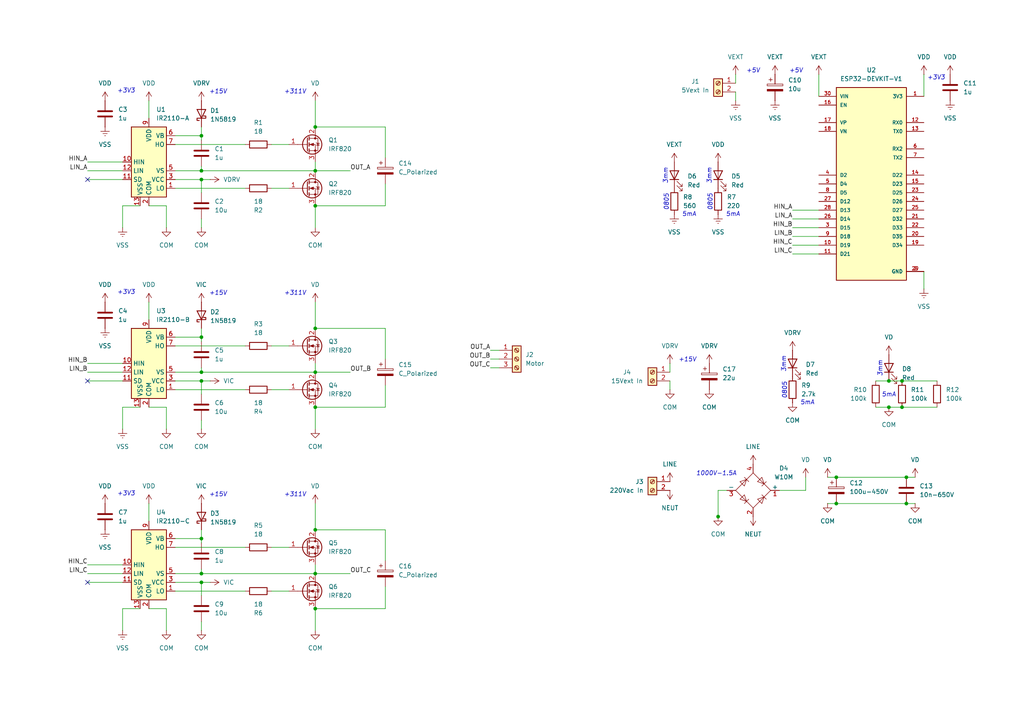
<source format=kicad_sch>
(kicad_sch (version 20250114) (generator "eeschema") (generator_version "9.0")
  (paper "A4")
  (title_block (title "TP3 - Inverter Trifásico") (date "2025-05-31") (company "22.28 - Electrónica de Potencia") (comment 1 "Grupo 3: CILFONE, DI SANZO, FIGUEROA, GIOIA, HEIR"))
  (lib_symbols
    (symbol "Connector:Screw_Terminal_01x02" (pin_names (offset 1.016) (hide yes))
      (property "Reference" "J" (at 0 2.54 0))
      (property "Value" "Screw_Terminal_01x02" (at 0 -5.08 0))
      (symbol "Screw_Terminal_01x02_1_1"
        (pin passive line (at -5.08 0 0) (length 3.81) (name "Pin_1") (number "1"))
        (pin passive line (at -5.08 -2.54 0) (length 3.81) (name "Pin_2") (number "2"))
      )
    )
    (symbol "Connector:Screw_Terminal_01x03" (pin_names (offset 1.016) (hide yes))
      (property "Reference" "J" (at 0 5.08 0))
      (property "Value" "Screw_Terminal_01x03" (at 0 -5.08 0))
      (symbol "Screw_Terminal_01x03_1_1"
        (pin passive line (at -5.08 2.54 0) (length 3.81) (name "Pin_1") (number "1"))
        (pin passive line (at -5.08 0 0) (length 3.81) (name "Pin_2") (number "2"))
        (pin passive line (at -5.08 -2.54 0) (length 3.81) (name "Pin_3") (number "3"))
      )
    )
    (symbol "Device:C" (pin_numbers (hide yes)) (pin_names (offset 0.254))
      (property "Reference" "C" (at 0.635 2.54 0))
      (property "Value" "C" (at 0.635 -2.54 0))
      (symbol "C_1_1"
        (pin passive line (at 0 3.81 270) (length 2.794) (name "~") (number "1"))
        (pin passive line (at 0 -3.81 90) (length 2.794) (name "~") (number "2"))
      )
    )
    (symbol "Device:C_Polarized" (pin_numbers (hide yes)) (pin_names (offset 0.254))
      (property "Reference" "C" (at 0.635 2.54 0))
      (property "Value" "C_Polarized" (at 0.635 -2.54 0))
      (symbol "C_Polarized_1_1"
        (pin passive line (at 0 3.81 270) (length 2.794) (name "~") (number "1"))
        (pin passive line (at 0 -3.81 90) (length 2.794) (name "~") (number "2"))
      )
    )
    (symbol "Device:LED" (pin_numbers (hide yes)) (pin_names (offset 1.016) (hide yes))
      (property "Reference" "D" (at 0 2.54 0))
      (property "Value" "LED" (at 0 -2.54 0))
      (symbol "LED_1_1"
        (pin passive line (at -3.81 0 0) (length 2.54) (name "K") (number "1"))
        (pin passive line (at 3.81 0 180) (length 2.54) (name "A") (number "2"))
      )
    )
    (symbol "Device:R" (pin_numbers (hide yes)) (pin_names (offset 0))
      (property "Reference" "R" (at 2.032 0 90))
      (property "Value" "R" (at 0 0 90))
      (symbol "R_1_1"
        (pin passive line (at 0 3.81 270) (length 1.27) (name "~") (number "1"))
        (pin passive line (at 0 -3.81 90) (length 1.27) (name "~") (number "2"))
      )
    )
    (symbol "Diode:1N5819" (pin_numbers (hide yes)) (pin_names (offset 1.016) (hide yes))
      (property "Reference" "D" (at 0 2.54 0))
      (property "Value" "1N5819" (at 0 -2.54 0))
      (symbol "1N5819_1_1"
        (pin passive line (at -3.81 0 0) (length 2.54) (name "K") (number "1"))
        (pin passive line (at 3.81 0 180) (length 2.54) (name "A") (number "2"))
      )
    )
    (symbol "Diode_Bridge:RB157" (pin_names (offset 0))
      (property "Reference" "D" (at 2.54 6.985 0))
      (property "Value" "RB157" (at 2.54 5.08 0))
      (symbol "RB157_1_1"
        (pin passive line (at -7.62 0 0) (length 2.54) (name "-") (number "3"))
        (pin passive line (at 0 7.62 270) (length 2.54) (name "~") (number "4"))
        (pin passive line (at 0 -7.62 90) (length 2.54) (name "~") (number "2"))
        (pin passive line (at 7.62 0 180) (length 2.54) (name "+") (number "1"))
      )
    )
    (symbol "Driver_FET:IR2110"
      (property "Reference" "U" (at 1.27 13.335 0))
      (property "Value" "IR2110" (at 1.27 11.43 0))
      (symbol "IR2110_1_1"
        (pin input line (at -7.62 0 0) (length 2.54) (name "HIN") (number "10"))
        (pin input line (at -7.62 -2.54 0) (length 2.54) (name "LIN") (number "12"))
        (pin input line (at -7.62 -5.08 0) (length 2.54) (name "SD") (number "11"))
        (pin no_connect line (at -5.08 7.62 0) (length 2.54) (hide yes) (name "NC") (number "4"))
        (pin no_connect line (at -5.08 5.08 0) (length 2.54) (hide yes) (name "NC") (number "8"))
        (pin no_connect line (at -5.08 2.54 0) (length 2.54) (hide yes) (name "NC") (number "14"))
        (pin power_in line (at -2.54 -12.7 90) (length 2.54) (name "VSS") (number "13"))
        (pin power_in line (at 0 12.7 270) (length 2.54) (name "VDD") (number "9"))
        (pin power_in line (at 0 -12.7 90) (length 2.54) (name "COM") (number "2"))
        (pin passive line (at 7.62 7.62 180) (length 2.54) (name "VB") (number "6"))
        (pin output line (at 7.62 5.08 180) (length 2.54) (name "HO") (number "7"))
        (pin passive line (at 7.62 -2.54 180) (length 2.54) (name "VS") (number "5"))
        (pin power_in line (at 7.62 -5.08 180) (length 2.54) (name "VCC") (number "3"))
        (pin output line (at 7.62 -7.62 180) (length 2.54) (name "LO") (number "1"))
      )
    )
    (symbol "ESP32-DEVKIT-V1:ESP32-DEVKIT-V1" (pin_names (offset 1.016))
      (property "Reference" "U" (at -10.16 30.48 0))
      (property "Value" "ESP32-DEVKIT-V1" (at -10.16 -30.48 0))
      (symbol "ESP32-DEVKIT-V1_0_0"
        (pin input line (at -15.24 25.4 0) (length 5.08) (name "VIN") (number "30"))
        (pin input line (at -15.24 22.86 0) (length 5.08) (name "EN") (number "16"))
        (pin bidirectional line (at -15.24 17.78 0) (length 5.08) (name "VP") (number "17"))
        (pin bidirectional line (at -15.24 15.24 0) (length 5.08) (name "VN") (number "18"))
        (pin bidirectional line (at -15.24 2.54 0) (length 5.08) (name "D2") (number "4"))
        (pin bidirectional line (at -15.24 0 0) (length 5.08) (name "D4") (number "5"))
        (pin bidirectional line (at -15.24 -2.54 0) (length 5.08) (name "D5") (number "8"))
        (pin bidirectional line (at -15.24 -5.08 0) (length 5.08) (name "D12") (number "27"))
        (pin bidirectional line (at -15.24 -7.62 0) (length 5.08) (name "D13") (number "28"))
        (pin bidirectional line (at -15.24 -10.16 0) (length 5.08) (name "D14") (number "26"))
        (pin bidirectional line (at -15.24 -12.7 0) (length 5.08) (name "D15") (number "3"))
        (pin bidirectional line (at -15.24 -15.24 0) (length 5.08) (name "D18") (number "9"))
        (pin bidirectional line (at -15.24 -17.78 0) (length 5.08) (name "D19") (number "10"))
        (pin bidirectional line (at -15.24 -20.32 0) (length 5.08) (name "D21") (number "11"))
        (pin output line (at 15.24 25.4 180) (length 5.08) (name "3V3") (number "1"))
        (pin input line (at 15.24 17.78 180) (length 5.08) (name "RX0") (number "12"))
        (pin output line (at 15.24 15.24 180) (length 5.08) (name "TX0") (number "13"))
        (pin input line (at 15.24 10.16 180) (length 5.08) (name "RX2") (number "6"))
        (pin output line (at 15.24 7.62 180) (length 5.08) (name "TX2") (number "7"))
        (pin bidirectional line (at 15.24 2.54 180) (length 5.08) (name "D22") (number "14"))
        (pin bidirectional line (at 15.24 0 180) (length 5.08) (name "D23") (number "15"))
        (pin bidirectional line (at 15.24 -2.54 180) (length 5.08) (name "D25") (number "23"))
        (pin bidirectional line (at 15.24 -5.08 180) (length 5.08) (name "D26") (number "24"))
        (pin bidirectional line (at 15.24 -7.62 180) (length 5.08) (name "D27") (number "25"))
        (pin bidirectional line (at 15.24 -10.16 180) (length 5.08) (name "D32") (number "21"))
        (pin bidirectional line (at 15.24 -12.7 180) (length 5.08) (name "D33") (number "22"))
        (pin bidirectional line (at 15.24 -15.24 180) (length 5.08) (name "D35") (number "20"))
        (pin bidirectional line (at 15.24 -17.78 180) (length 5.08) (name "D34") (number "19"))
        (pin power_in line (at 15.24 -25.4 180) (length 5.08) (name "GND") (number "2"))
        (pin power_in line (at 15.24 -25.4 180) (length 5.08) (name "GND") (number "29"))
      )
    )
    (symbol "Transistor_FET:IRF540N" (pin_names (hide yes))
      (property "Reference" "Q" (at 5.08 1.905 0))
      (property "Value" "IRF540N" (at 5.08 0 0))
      (symbol "IRF540N_1_1"
        (pin input line (at -5.08 0 0) (length 2.54) (name "G") (number "1"))
        (pin passive line (at 2.54 5.08 270) (length 2.54) (name "D") (number "2"))
        (pin passive line (at 2.54 -5.08 90) (length 2.54) (name "S") (number "3"))
      )
    )
    (symbol "power:Earth" (power) (pin_numbers (hide yes)) (pin_names (offset 0) (hide yes))
      (property "Value" "Earth" (at 0 -3.81 0))
      (symbol "Earth_1_1"
        (pin power_in line (at 0 0 270) (length 0) (name "~") (number "1"))
      )
    )
    (symbol "power:GND" (power) (pin_numbers (hide yes)) (pin_names (offset 0) (hide yes))
      (property "Value" "GND" (at 0 -3.81 0))
      (symbol "GND_1_1"
        (pin power_in line (at 0 0 270) (length 0) (name "~") (number "1"))
      )
    )
    (symbol "power:LINE" (power) (pin_numbers (hide yes)) (pin_names (offset 0) (hide yes))
      (property "Value" "LINE" (at 0 3.556 0))
      (symbol "LINE_1_1"
        (pin power_in line (at 0 0 90) (length 0) (name "~") (number "1"))
      )
    )
    (symbol "power:NEUT" (power) (pin_numbers (hide yes)) (pin_names (offset 0) (hide yes))
      (property "Value" "NEUT" (at 0 3.556 0))
      (symbol "NEUT_1_1"
        (pin power_in line (at 0 0 90) (length 0) (name "~") (number "1"))
      )
    )
    (symbol "power:VD" (power) (pin_numbers (hide yes)) (pin_names (offset 0) (hide yes))
      (property "Value" "VD" (at 0 3.556 0))
      (symbol "VD_1_1"
        (pin power_in line (at 0 0 90) (length 0) (name "~") (number "1"))
      )
    )
    (symbol "power:VDC" (power) (pin_numbers (hide yes)) (pin_names (offset 0) (hide yes))
      (property "Value" "VDC" (at 0 3.556 0))
      (symbol "VDC_1_1"
        (pin power_in line (at 0 0 90) (length 0) (name "~") (number "1"))
      )
    )
    (symbol "power:VDD" (power) (pin_numbers (hide yes)) (pin_names (offset 0) (hide yes))
      (property "Value" "VDD" (at 0 3.556 0))
      (symbol "VDD_1_1"
        (pin power_in line (at 0 0 90) (length 0) (name "~") (number "1"))
      )
    )
  )
  (text "0805" (at 205.994 58.674 90) (effects (font (size 1.27 1.27) (italic yes))))
  (text "3mm" (at 255.27 106.934 90) (effects (font (size 1.27 1.27) (italic yes))))
  (text "5mA" (at 212.598 62.23 0) (effects (font (size 1.27 1.27) (italic yes))))
  (text "5mA" (at 199.898 62.23 0) (effects (font (size 1.27 1.27) (italic yes))))
  (text "+3V3" (at 36.576 26.416 0) (effects (font (size 1.27 1.27) (italic yes))))
  (text "3mm" (at 193.04 51.054 90) (effects (font (size 1.27 1.27) (italic yes))))
  (text "+3V3" (at 271.526 22.606 0) (effects (font (size 1.27 1.27) (italic yes))))
  (text "0805" (at 227.584 113.284 90) (effects (font (size 1.27 1.27) (italic yes))))
  (text "0805" (at 193.294 58.674 90) (effects (font (size 1.27 1.27) (italic yes))))
  (text "+311V" (at 85.598 26.67 0) (effects (font (size 1.27 1.27) (italic yes))))
  (text "+311V" (at 85.598 85.09 0) (effects (font (size 1.27 1.27) (italic yes))))
  (text "+311V" (at 85.598 143.51 0) (effects (font (size 1.27 1.27) (italic yes))))
  (text "+15V" (at 63.246 26.67 0) (effects (font (size 1.27 1.27) (italic yes))))
  (text "3mm" (at 227.33 105.664 90) (effects (font (size 1.27 1.27) (italic yes))))
  (text "3mm" (at 205.74 51.054 90) (effects (font (size 1.27 1.27) (italic yes))))
  (text "+15V" (at 63.246 85.09 0) (effects (font (size 1.27 1.27) (italic yes))))
  (text "+15V" (at 199.39 104.394 0) (effects (font (size 1.27 1.27) (italic yes))))
  (text "+5V" (at 230.886 20.574 0) (effects (font (size 1.27 1.27) (italic yes))))
  (text "5mA" (at 234.188 116.84 0) (effects (font (size 1.27 1.27) (italic yes))))
  (text "+3V3" (at 36.576 84.836 0) (effects (font (size 1.27 1.27) (italic yes))))
  (text "+3V3" (at 36.576 143.256 0) (effects (font (size 1.27 1.27) (italic yes))))
  (text "5mA" (at 257.81 114.554 0) (effects (font (size 1.27 1.27) (italic yes))))
  (text "+15V" (at 63.246 143.51 0) (effects (font (size 1.27 1.27) (italic yes))))
  (text "+5V" (at 218.44 20.574 0) (effects (font (size 1.27 1.27) (italic yes))))
  (text "1000V-1.5A" (at 207.772 137.414 0) (effects (font (size 1.27 1.27) (italic yes))))
  (junction (at 242.57 146.05))
  (junction (at 58.42 52.07))
  (junction (at 91.44 166.37))
  (junction (at 58.42 166.37))
  (junction (at 91.44 59.69))
  (junction (at 58.42 39.37))
  (junction (at 58.42 110.49))
  (junction (at 91.44 153.67))
  (junction (at 262.89 138.43))
  (junction (at 58.42 168.91))
  (junction (at 208.28 149.8431))
  (junction (at 262.89 146.05))
  (junction (at 58.42 49.53))
  (junction (at 91.44 107.95))
  (junction (at 242.57 138.43))
  (junction (at 58.42 97.79))
  (junction (at 261.62 118.11))
  (junction (at 91.44 49.53))
  (junction (at 58.42 107.95))
  (junction (at 58.42 156.21))
  (junction (at 91.44 118.11))
  (junction (at 257.81 118.11))
  (junction (at 91.44 95.25))
  (junction (at 257.81 110.49))
  (junction (at 261.62 110.49))
  (junction (at 91.44 176.53))
  (junction (at 91.44 36.83))
  (no_connect (at 25.4 110.49))
  (no_connect (at 25.4 168.91))
  (no_connect (at 25.4 52.07))
  (wire (pts (xy 58.42 95.25) (xy 58.42 97.79)))
  (wire (pts (xy 194.31 113.03) (xy 194.31 110.49)))
  (wire (pts (xy 111.76 104.14) (xy 111.76 95.25)))
  (wire (pts (xy 111.76 153.67) (xy 91.44 153.67)))
  (wire (pts (xy 58.42 168.91) (xy 60.96 168.91)))
  (wire (pts (xy 262.89 138.43) (xy 265.43 138.43)))
  (wire (pts (xy 78.74 158.75) (xy 83.82 158.75)))
  (wire (pts (xy 78.74 41.91) (xy 83.82 41.91)))
  (wire (pts (xy 48.26 59.69) (xy 48.26 66.04)))
  (wire (pts (xy 229.87 66.04) (xy 237.49 66.04)))
  (wire (pts (xy 50.8 158.75) (xy 71.12 158.75)))
  (wire (pts (xy 229.87 60.96) (xy 237.49 60.96)))
  (wire (pts (xy 58.42 121.92) (xy 58.42 124.46)))
  (wire (pts (xy 58.42 110.49) (xy 58.42 114.3)))
  (wire (pts (xy 257.81 118.11) (xy 261.62 118.11)))
  (wire (pts (xy 58.42 110.49) (xy 60.96 110.49)))
  (wire (pts (xy 111.76 170.18) (xy 111.76 176.53)))
  (wire (pts (xy 25.4 46.99) (xy 35.56 46.99)))
  (wire (pts (xy 226.06 142.24) (xy 233.68 142.24)))
  (wire (pts (xy 48.26 176.53) (xy 48.26 182.88)))
  (wire (pts (xy 50.8 113.03) (xy 71.12 113.03)))
  (wire (pts (xy 111.76 36.83) (xy 91.44 36.83)))
  (wire (pts (xy 58.42 52.07) (xy 58.42 55.88)))
  (wire (pts (xy 58.42 166.37) (xy 91.44 166.37)))
  (wire (pts (xy 240.03 146.05) (xy 242.57 146.05)))
  (wire (pts (xy 50.8 54.61) (xy 71.12 54.61)))
  (wire (pts (xy 257.81 110.49) (xy 261.62 110.49)))
  (wire (pts (xy 91.44 118.11) (xy 91.44 124.46)))
  (wire (pts (xy 58.42 107.95) (xy 58.42 106.68)))
  (wire (pts (xy 50.8 110.49) (xy 58.42 110.49)))
  (wire (pts (xy 43.18 176.53) (xy 48.26 176.53)))
  (wire (pts (xy 43.18 146.05) (xy 43.18 151.13)))
  (wire (pts (xy 50.8 168.91) (xy 58.42 168.91)))
  (wire (pts (xy 50.8 166.37) (xy 58.42 166.37)))
  (wire (pts (xy 254 118.11) (xy 257.81 118.11)))
  (wire (pts (xy 50.8 107.95) (xy 58.42 107.95)))
  (wire (pts (xy 261.62 110.49) (xy 271.78 110.49)))
  (wire (pts (xy 58.42 180.34) (xy 58.42 182.88)))
  (wire (pts (xy 25.4 49.53) (xy 35.56 49.53)))
  (wire (pts (xy 240.03 138.43) (xy 242.57 138.43)))
  (wire (pts (xy 91.44 163.83) (xy 91.44 166.37)))
  (wire (pts (xy 25.4 110.49) (xy 35.56 110.49)))
  (wire (pts (xy 78.74 100.33) (xy 83.82 100.33)))
  (wire (pts (xy 111.76 59.69) (xy 91.44 59.69)))
  (wire (pts (xy 35.56 59.69) (xy 35.56 66.04)))
  (wire (pts (xy 111.76 162.56) (xy 111.76 153.67)))
  (wire (pts (xy 58.42 168.91) (xy 58.42 172.72)))
  (wire (pts (xy 213.36 29.21) (xy 213.36 26.67)))
  (wire (pts (xy 91.44 146.05) (xy 91.44 153.67)))
  (wire (pts (xy 208.28 149.8431) (xy 208.28 149.86)))
  (wire (pts (xy 111.76 118.11) (xy 91.44 118.11)))
  (wire (pts (xy 229.87 68.58) (xy 237.49 68.58)))
  (wire (pts (xy 91.44 49.53) (xy 101.6 49.53)))
  (wire (pts (xy 91.44 105.41) (xy 91.44 107.95)))
  (wire (pts (xy 237.49 21.59) (xy 237.49 27.94)))
  (wire (pts (xy 35.56 176.53) (xy 35.56 182.88)))
  (wire (pts (xy 35.56 118.11) (xy 35.56 124.46)))
  (wire (pts (xy 78.74 113.03) (xy 83.82 113.03)))
  (wire (pts (xy 111.76 45.72) (xy 111.76 36.83)))
  (wire (pts (xy 262.89 146.05) (xy 265.43 146.05)))
  (wire (pts (xy 91.44 59.69) (xy 91.44 66.04)))
  (wire (pts (xy 111.76 53.34) (xy 111.76 59.69)))
  (wire (pts (xy 210.82 142.24) (xy 208.28 142.24)))
  (wire (pts (xy 208.28 142.24) (xy 208.28 149.8431)))
  (wire (pts (xy 229.87 71.12) (xy 237.49 71.12)))
  (wire (pts (xy 267.97 78.74) (xy 267.97 83.82)))
  (wire (pts (xy 267.97 21.59) (xy 267.97 27.94)))
  (wire (pts (xy 50.8 156.21) (xy 58.42 156.21)))
  (wire (pts (xy 50.8 100.33) (xy 71.12 100.33)))
  (wire (pts (xy 91.44 176.53) (xy 91.44 182.88)))
  (wire (pts (xy 229.87 73.66) (xy 237.49 73.66)))
  (wire (pts (xy 40.64 59.69) (xy 35.56 59.69)))
  (wire (pts (xy 40.64 118.11) (xy 35.56 118.11)))
  (wire (pts (xy 254 110.49) (xy 257.81 110.49)))
  (wire (pts (xy 78.74 54.61) (xy 83.82 54.61)))
  (wire (pts (xy 50.8 171.45) (xy 71.12 171.45)))
  (wire (pts (xy 213.36 21.59) (xy 213.36 24.13)))
  (wire (pts (xy 25.4 166.37) (xy 35.56 166.37)))
  (wire (pts (xy 229.87 63.5) (xy 237.49 63.5)))
  (wire (pts (xy 43.18 29.21) (xy 43.18 34.29)))
  (wire (pts (xy 25.4 168.91) (xy 35.56 168.91)))
  (wire (pts (xy 58.42 63.5) (xy 58.42 66.04)))
  (wire (pts (xy 50.8 39.37) (xy 58.42 39.37)))
  (wire (pts (xy 58.42 107.95) (xy 91.44 107.95)))
  (wire (pts (xy 58.42 99.06) (xy 58.42 97.79)))
  (wire (pts (xy 40.64 176.53) (xy 35.56 176.53)))
  (wire (pts (xy 242.57 146.05) (xy 262.89 146.05)))
  (wire (pts (xy 25.4 163.83) (xy 35.56 163.83)))
  (wire (pts (xy 58.42 49.53) (xy 91.44 49.53)))
  (wire (pts (xy 50.8 49.53) (xy 58.42 49.53)))
  (wire (pts (xy 50.8 97.79) (xy 58.42 97.79)))
  (wire (pts (xy 25.4 52.07) (xy 35.56 52.07)))
  (wire (pts (xy 58.42 49.53) (xy 58.42 48.26)))
  (wire (pts (xy 58.42 52.07) (xy 60.96 52.07)))
  (wire (pts (xy 91.44 87.63) (xy 91.44 95.25)))
  (wire (pts (xy 111.76 111.76) (xy 111.76 118.11)))
  (wire (pts (xy 25.4 107.95) (xy 35.56 107.95)))
  (wire (pts (xy 91.44 166.37) (xy 101.6 166.37)))
  (wire (pts (xy 242.57 138.43) (xy 262.89 138.43)))
  (wire (pts (xy 142.24 104.14) (xy 144.78 104.14)))
  (wire (pts (xy 58.42 166.37) (xy 58.42 165.1)))
  (wire (pts (xy 58.42 36.83) (xy 58.42 39.37)))
  (wire (pts (xy 261.62 118.11) (xy 271.78 118.11)))
  (wire (pts (xy 233.68 138.43) (xy 233.68 142.24)))
  (wire (pts (xy 43.18 59.69) (xy 48.26 59.69)))
  (wire (pts (xy 58.42 157.48) (xy 58.42 156.21)))
  (wire (pts (xy 50.8 52.07) (xy 58.42 52.07)))
  (wire (pts (xy 111.76 176.53) (xy 91.44 176.53)))
  (wire (pts (xy 50.8 41.91) (xy 71.12 41.91)))
  (wire (pts (xy 78.74 171.45) (xy 83.82 171.45)))
  (wire (pts (xy 48.26 118.11) (xy 48.26 124.46)))
  (wire (pts (xy 111.76 95.25) (xy 91.44 95.25)))
  (wire (pts (xy 43.18 87.63) (xy 43.18 92.71)))
  (wire (pts (xy 91.44 107.95) (xy 101.6 107.95)))
  (wire (pts (xy 58.42 153.67) (xy 58.42 156.21)))
  (wire (pts (xy 58.42 40.64) (xy 58.42 39.37)))
  (wire (pts (xy 142.24 101.6) (xy 144.78 101.6)))
  (wire (pts (xy 194.31 105.41) (xy 194.31 107.95)))
  (wire (pts (xy 25.4 105.41) (xy 35.56 105.41)))
  (wire (pts (xy 142.24 106.68) (xy 144.78 106.68)))
  (wire (pts (xy 91.44 29.21) (xy 91.44 36.83)))
  (wire (pts (xy 91.44 46.99) (xy 91.44 49.53)))
  (wire (pts (xy 43.18 118.11) (xy 48.26 118.11)))
  (label "LIN_A" (at 229.87 63.5 180))
  (label "OUT_B" (at 101.6 107.95 0))
  (label "OUT_B" (at 142.24 104.14 180))
  (label "OUT_A" (at 101.6 49.53 0))
  (label "LIN_C" (at 25.4 166.37 180))
  (label "LIN_C" (at 229.87 73.66 180))
  (label "HIN_C" (at 25.4 163.83 180))
  (label "HIN_A" (at 229.87 60.96 180))
  (label "OUT_C" (at 142.24 106.68 180))
  (label "LIN_B" (at 25.4 107.95 180))
  (label "LIN_A" (at 25.4 49.53 180))
  (label "HIN_C" (at 229.87 71.12 180))
  (label "LIN_B" (at 229.87 68.58 180))
  (label "HIN_B" (at 229.87 66.04 180))
  (label "OUT_A" (at 142.24 101.6 180))
  (label "HIN_B" (at 25.4 105.41 180))
  (label "OUT_C" (at 101.6 166.37 0))
  (label "HIN_A" (at 25.4 46.99 180))
  (symbol (lib_id "power:Earth") (at 213.36 29.21 0) (mirror y) (unit 1)
    (property "Reference" "#PWR032" (effects (hide yes)))
    (property "Value" "VSS" (at 213.36 34.29 0))
    (property "Description" "Power symbol creates a global label with name \"Earth\"" (effects (hide yes)))
  )
  (symbol (lib_id "power:VDC") (at 60.96 168.91 270) (unit 1)
    (property "Reference" "#PWR028" (effects (hide yes)))
    (property "Value" "VIC" (at 64.77 168.9099 90) (effects (justify left)))
    (property "Description" "Power symbol creates a global label with name \"VDC\"" (effects (hide yes)))
  )
  (symbol (lib_id "power:GND") (at 229.87 116.84 0) (unit 1)
    (property "Reference" "#PWR059" (effects (hide yes)))
    (property "Value" "COM" (at 229.87 121.92 0))
    (property "Description" "Power symbol creates a global label with name \"GND\" , ground" (effects (hide yes)))
  )
  (symbol (lib_id "power:VDC") (at 229.87 101.6 0) (unit 1)
    (property "Reference" "#PWR058" (effects (hide yes)))
    (property "Value" "VDRV" (at 229.87 96.52 0))
    (property "Description" "Power symbol creates a global label with name \"VDC\"" (effects (hide yes)))
  )
  (symbol (lib_id "Device:C") (at 30.48 91.44 0) (unit 1)
    (property "Reference" "C4" (at 34.29 90.1699 0) (effects (justify left)))
    (property "Value" "1u" (at 34.29 92.7099 0) (effects (justify left)))
    (property "Footprint" "Capacitor_THT:C_Disc_D4.3mm_W1.9mm_P5.00mm" (effects (hide yes)))
    (property "Description" "Unpolarized capacitor" (effects (hide yes)))
  )
  (symbol (lib_id "power:GND") (at 48.26 124.46 0) (unit 1)
    (property "Reference" "#PWR015" (effects (hide yes)))
    (property "Value" "COM" (at 48.26 129.54 0))
    (property "Description" "Power symbol creates a global label with name \"GND\" , ground" (effects (hide yes)))
  )
  (symbol (lib_id "Driver_FET:IR2110") (at 43.18 46.99 0) (unit 1)
    (property "Reference" "U1" (at 45.3233 31.75 0) (effects (justify left)))
    (property "Value" "IR2110-A" (at 45.3233 34.29 0) (effects (justify left)))
    (property "Footprint" "Package_DIP:DIP-14_W7.62mm_Socket_LongPads" (effects (hide yes)))
    (property "Datasheet" "https://www.infineon.com/dgdl/ir2110.pdf?fileId=5546d462533600a4015355c80333167e" (effects (hide yes)))
    (property "Description" "High and Low Side Driver, 500V, 2.0/2.0A, PDIP-14" (effects (hide yes)))
  )
  (symbol (lib_id "Connector:Screw_Terminal_01x02") (at 189.23 139.7 0) (mirror y) (unit 1)
    (property "Reference" "J3" (at 186.69 139.6999 0) (effects (justify left)))
    (property "Value" "220Vac In" (at 186.69 142.2399 0) (effects (justify left)))
    (property "Footprint" "TerminalBlock:TerminalBlock_bornier-2_P5.08mm" (effects (hide yes)))
    (property "Description" "Generic screw terminal, single row, 01x02, script generated (kicad-library-utils/schlib/autogen/connector/)" (effects (hide yes)))
  )
  (symbol (lib_id "power:VD") (at 224.79 21.59 0) (unit 1)
    (property "Reference" "#PWR036" (effects (hide yes)))
    (property "Value" "VEXT" (at 224.79 16.51 0))
    (property "Description" "Power symbol creates a global label with name \"VD\"" (effects (hide yes)))
  )
  (symbol (lib_id "Diode:1N5819") (at 58.42 33.02 90) (unit 1)
    (property "Reference" "D1" (at 60.96 32.0674 90) (effects (justify right)))
    (property "Value" "1N5819" (at 60.96 34.6074 90) (effects (justify right)))
    (property "Footprint" "Diode_THT:D_DO-41_SOD81_P10.16mm_Horizontal" (effects (hide yes)))
    (property "Datasheet" "http://www.vishay.com/docs/88525/1n5817.pdf" (effects (hide yes)))
    (property "Description" "40V 1A Schottky Barrier Rectifier Diode, DO-41" (effects (hide yes)))
  )
  (symbol (lib_id "power:VD") (at 233.68 138.43 0) (unit 1)
    (property "Reference" "#PWR049" (effects (hide yes)))
    (property "Value" "VD" (at 233.68 133.35 0))
    (property "Description" "Power symbol creates a global label with name \"VD\"" (effects (hide yes)))
  )
  (symbol (lib_id "power:GND") (at 58.42 66.04 0) (unit 1)
    (property "Reference" "#PWR06" (effects (hide yes)))
    (property "Value" "COM" (at 58.42 71.12 0))
    (property "Description" "Power symbol creates a global label with name \"GND\" , ground" (effects (hide yes)))
  )
  (symbol (lib_id "power:VDD") (at 30.48 87.63 0) (unit 1)
    (property "Reference" "#PWR013" (effects (hide yes)))
    (property "Value" "VDD" (at 30.48 82.55 0))
    (property "Description" "Power symbol creates a global label with name \"VDD\"" (effects (hide yes)))
  )
  (symbol (lib_id "power:GND") (at 208.28 149.8431 0) (unit 1)
    (property "Reference" "#PWR046" (effects (hide yes)))
    (property "Value" "COM" (at 208.28 154.9231 0))
    (property "Description" "Power symbol creates a global label with name \"GND\" , ground" (effects (hide yes)))
  )
  (symbol (lib_id "power:VDD") (at 275.59 21.59 0) (unit 1)
    (property "Reference" "#PWR038" (effects (hide yes)))
    (property "Value" "VDD" (at 275.59 16.51 0))
    (property "Description" "Power symbol creates a global label with name \"VDD\"" (effects (hide yes)))
  )
  (symbol (lib_id "Device:LED") (at 195.58 50.8 90) (unit 1)
    (property "Reference" "D6" (at 199.39 51.1174 90) (effects (justify right)))
    (property "Value" "Red" (at 199.39 53.6574 90) (effects (justify right)))
    (property "Footprint" "LED_THT:LED_D3.0mm" (effects (hide yes)))
    (property "Description" "Light emitting diode" (effects (hide yes)))
    (property "Sim.Pins" "1=K 2=A" (effects (hide yes)))
  )
  (symbol (lib_id "power:VDD") (at 30.48 146.05 0) (unit 1)
    (property "Reference" "#PWR021" (effects (hide yes)))
    (property "Value" "VDD" (at 30.48 140.97 0))
    (property "Description" "Power symbol creates a global label with name \"VDD\"" (effects (hide yes)))
  )
  (symbol (lib_id "power:Earth") (at 35.56 66.04 0) (unit 1)
    (property "Reference" "#PWR02" (effects (hide yes)))
    (property "Value" "VSS" (at 35.56 71.12 0))
    (property "Description" "Power symbol creates a global label with name \"Earth\"" (effects (hide yes)))
  )
  (symbol (lib_id "power:GND") (at 58.42 182.88 0) (unit 1)
    (property "Reference" "#PWR027" (effects (hide yes)))
    (property "Value" "COM" (at 58.42 187.96 0))
    (property "Description" "Power symbol creates a global label with name \"GND\" , ground" (effects (hide yes)))
  )
  (symbol (lib_id "Device:C_Polarized") (at 111.76 49.53 0) (unit 1)
    (property "Reference" "C14" (at 115.57 47.3709 0) (effects (justify left)))
    (property "Value" "C_Polarized" (at 115.57 49.9109 0) (effects (justify left)))
    (property "Description" "Polarized capacitor" (effects (hide yes)))
  )
  (symbol (lib_id "power:VDC") (at 58.42 146.05 0) (unit 1)
    (property "Reference" "#PWR026" (effects (hide yes)))
    (property "Value" "VIC" (at 58.42 140.97 0))
    (property "Description" "Power symbol creates a global label with name \"VDC\"" (effects (hide yes)))
  )
  (symbol (lib_id "Device:C_Polarized") (at 111.76 166.37 0) (unit 1)
    (property "Reference" "C16" (at 115.57 164.2109 0) (effects (justify left)))
    (property "Value" "C_Polarized" (at 115.57 166.7509 0) (effects (justify left)))
    (property "Description" "Polarized capacitor" (effects (hide yes)))
  )
  (symbol (lib_id "power:VDD") (at 208.28 46.99 0) (unit 1)
    (property "Reference" "#PWR053" (effects (hide yes)))
    (property "Value" "VDD" (at 208.28 41.91 0))
    (property "Description" "Power symbol creates a global label with name \"VDD\"" (effects (hide yes)))
  )
  (symbol (lib_id "Transistor_FET:IRF540N") (at 88.9 158.75 0) (unit 1)
    (property "Reference" "Q5" (at 95.25 157.4799 0) (effects (justify left)))
    (property "Value" "IRF820" (at 95.25 160.0199 0) (effects (justify left)))
    (property "Footprint" "Package_TO_SOT_THT:TO-220-3_Vertical" (effects (hide yes)))
    (property "Datasheet" "http://www.irf.com/product-info/datasheets/data/irf540n.pdf" (effects (hide yes)))
    (property "Description" "33A Id, 100V Vds, HEXFET N-Channel MOSFET, TO-220" (effects (hide yes)))
  )
  (symbol (lib_id "Device:C_Polarized") (at 224.79 25.4 0) (unit 1)
    (property "Reference" "C10" (at 228.6 23.2409 0) (effects (justify left)))
    (property "Value" "10u" (at 228.6 25.7809 0) (effects (justify left)))
    (property "Footprint" "Capacitor_THT:CP_Radial_D5.0mm_P2.00mm" (effects (hide yes)))
    (property "Description" "Polarized capacitor" (effects (hide yes)))
  )
  (symbol (lib_id "power:Earth") (at 267.97 83.82 0) (unit 1)
    (property "Reference" "#PWR031" (effects (hide yes)))
    (property "Value" "VSS" (at 267.97 88.9 0))
    (property "Description" "Power symbol creates a global label with name \"Earth\"" (effects (hide yes)))
  )
  (symbol (lib_id "Device:LED") (at 229.87 105.41 90) (unit 1)
    (property "Reference" "D7" (at 233.68 105.7274 90) (effects (justify right)))
    (property "Value" "Red" (at 233.68 108.2674 90) (effects (justify right)))
    (property "Footprint" "LED_THT:LED_D3.0mm" (effects (hide yes)))
    (property "Description" "Light emitting diode" (effects (hide yes)))
    (property "Sim.Pins" "1=K 2=A" (effects (hide yes)))
  )
  (symbol (lib_id "power:VD") (at 265.43 138.43 0) (unit 1)
    (property "Reference" "#PWR048" (effects (hide yes)))
    (property "Value" "VD" (at 265.43 133.35 0))
    (property "Description" "Power symbol creates a global label with name \"VD\"" (effects (hide yes)))
  )
  (symbol (lib_id "power:NEUT") (at 194.31 142.24 0) (mirror x) (unit 1)
    (property "Reference" "#PWR041" (effects (hide yes)))
    (property "Value" "NEUT" (at 194.31 147.32 0))
    (property "Description" "Power symbol creates a global label with name \"NEUT\"" (effects (hide yes)))
  )
  (symbol (lib_id "power:VDD") (at 267.97 21.59 0) (unit 1)
    (property "Reference" "#PWR034" (effects (hide yes)))
    (property "Value" "VDD" (at 267.97 16.51 0))
    (property "Description" "Power symbol creates a global label with name \"VDD\"" (effects (hide yes)))
  )
  (symbol (lib_id "power:VDC") (at 60.96 110.49 270) (unit 1)
    (property "Reference" "#PWR018" (effects (hide yes)))
    (property "Value" "VIC" (at 64.77 110.4899 90) (effects (justify left)))
    (property "Description" "Power symbol creates a global label with name \"VDC\"" (effects (hide yes)))
  )
  (symbol (lib_id "Transistor_FET:IRF540N") (at 88.9 100.33 0) (unit 1)
    (property "Reference" "Q3" (at 95.25 99.0599 0) (effects (justify left)))
    (property "Value" "IRF820" (at 95.25 101.5999 0) (effects (justify left)))
    (property "Footprint" "Package_TO_SOT_THT:TO-220-3_Vertical" (effects (hide yes)))
    (property "Datasheet" "http://www.irf.com/product-info/datasheets/data/irf540n.pdf" (effects (hide yes)))
    (property "Description" "33A Id, 100V Vds, HEXFET N-Channel MOSFET, TO-220" (effects (hide yes)))
  )
  (symbol (lib_id "Device:C") (at 58.42 161.29 0) (unit 1)
    (property "Reference" "C8" (at 62.23 160.0199 0) (effects (justify left)))
    (property "Value" "1u" (at 62.23 162.5599 0) (effects (justify left)))
    (property "Footprint" "Capacitor_THT:C_Disc_D4.3mm_W1.9mm_P5.00mm" (effects (hide yes)))
    (property "Description" "Unpolarized capacitor" (effects (hide yes)))
  )
  (symbol (lib_id "Device:LED") (at 257.81 106.68 90) (unit 1)
    (property "Reference" "D8" (at 261.62 106.9974 90) (effects (justify right)))
    (property "Value" "Red" (at 261.62 109.5374 90) (effects (justify right)))
    (property "Footprint" "LED_THT:LED_D3.0mm" (effects (hide yes)))
    (property "Description" "Light emitting diode" (effects (hide yes)))
    (property "Sim.Pins" "1=K 2=A" (effects (hide yes)))
  )
  (symbol (lib_id "Diode:1N5819") (at 58.42 91.44 90) (unit 1)
    (property "Reference" "D2" (at 60.96 90.4874 90) (effects (justify right)))
    (property "Value" "1N5819" (at 60.96 93.0274 90) (effects (justify right)))
    (property "Footprint" "Diode_THT:D_DO-41_SOD81_P10.16mm_Horizontal" (effects (hide yes)))
    (property "Datasheet" "http://www.vishay.com/docs/88525/1n5817.pdf" (effects (hide yes)))
    (property "Description" "40V 1A Schottky Barrier Rectifier Diode, DO-41" (effects (hide yes)))
  )
  (symbol (lib_id "power:VD") (at 91.44 87.63 0) (unit 1)
    (property "Reference" "#PWR019" (effects (hide yes)))
    (property "Value" "VD" (at 91.44 82.55 0))
    (property "Description" "Power symbol creates a global label with name \"VD\"" (effects (hide yes)))
  )
  (symbol (lib_id "Device:R") (at 74.93 158.75 90) (unit 1)
    (property "Reference" "R5" (at 74.93 152.4 90))
    (property "Value" "18" (at 74.93 154.94 90))
    (property "Footprint" "Resistor_THT:R_Axial_DIN0207_L6.3mm_D2.5mm_P15.24mm_Horizontal" (effects (hide yes)))
    (property "Description" "Resistor" (effects (hide yes)))
  )
  (symbol (lib_id "power:Earth") (at 35.56 124.46 0) (unit 1)
    (property "Reference" "#PWR04" (effects (hide yes)))
    (property "Value" "VSS" (at 35.56 129.54 0))
    (property "Description" "Power symbol creates a global label with name \"Earth\"" (effects (hide yes)))
  )
  (symbol (lib_id "Connector:Screw_Terminal_01x03") (at 149.86 104.14 0) (unit 1)
    (property "Reference" "J2" (at 152.4 102.8699 0) (effects (justify left)))
    (property "Value" "Motor" (at 152.4 105.4099 0) (effects (justify left)))
    (property "Footprint" "TerminalBlock:TerminalBlock_bornier-3_P5.08mm" (effects (hide yes)))
    (property "Description" "Generic screw terminal, single row, 01x03, script generated (kicad-library-utils/schlib/autogen/connector/)" (effects (hide yes)))
  )
  (symbol (lib_id "Driver_FET:IR2110") (at 43.18 163.83 0) (unit 1)
    (property "Reference" "U4" (at 45.3233 148.59 0) (effects (justify left)))
    (property "Value" "IR2110-C" (at 45.3233 151.13 0) (effects (justify left)))
    (property "Footprint" "Package_DIP:DIP-14_W7.62mm_Socket_LongPads" (effects (hide yes)))
    (property "Datasheet" "https://www.infineon.com/dgdl/ir2110.pdf?fileId=5546d462533600a4015355c80333167e" (effects (hide yes)))
    (property "Description" "High and Low Side Driver, 500V, 2.0/2.0A, PDIP-14" (effects (hide yes)))
  )
  (symbol (lib_id "power:VD") (at 240.03 138.43 0) (unit 1)
    (property "Reference" "#PWR047" (effects (hide yes)))
    (property "Value" "VD" (at 240.03 133.35 0))
    (property "Description" "Power symbol creates a global label with name \"VD\"" (effects (hide yes)))
  )
  (symbol (lib_id "power:VDC") (at 58.42 87.63 0) (unit 1)
    (property "Reference" "#PWR016" (effects (hide yes)))
    (property "Value" "VIC" (at 58.42 82.55 0))
    (property "Description" "Power symbol creates a global label with name \"VDC\"" (effects (hide yes)))
  )
  (symbol (lib_id "Device:R") (at 74.93 41.91 90) (unit 1)
    (property "Reference" "R1" (at 74.93 35.56 90))
    (property "Value" "18" (at 74.93 38.1 90))
    (property "Footprint" "Resistor_THT:R_Axial_DIN0207_L6.3mm_D2.5mm_P15.24mm_Horizontal" (effects (hide yes)))
    (property "Description" "Resistor" (effects (hide yes)))
  )
  (symbol (lib_id "power:GND") (at 91.44 66.04 0) (unit 1)
    (property "Reference" "#PWR08" (effects (hide yes)))
    (property "Value" "COM" (at 91.44 71.12 0))
    (property "Description" "Power symbol creates a global label with name \"GND\" , ground" (effects (hide yes)))
  )
  (symbol (lib_id "power:GND") (at 194.31 113.03 0) (unit 1)
    (property "Reference" "#PWR051" (effects (hide yes)))
    (property "Value" "COM" (at 194.31 118.11 0))
    (property "Description" "Power symbol creates a global label with name \"GND\" , ground" (effects (hide yes)))
  )
  (symbol (lib_id "Device:C") (at 275.59 25.4 0) (unit 1)
    (property "Reference" "C11" (at 279.4 24.1299 0) (effects (justify left)))
    (property "Value" "1u" (at 279.4 26.6699 0) (effects (justify left)))
    (property "Footprint" "Capacitor_THT:C_Disc_D4.3mm_W1.9mm_P5.00mm" (effects (hide yes)))
    (property "Description" "Unpolarized capacitor" (effects (hide yes)))
  )
  (symbol (lib_id "power:GND") (at 265.43 146.05 0) (unit 1)
    (property "Reference" "#PWR042" (effects (hide yes)))
    (property "Value" "COM" (at 265.43 151.13 0))
    (property "Description" "Power symbol creates a global label with name \"GND\" , ground" (effects (hide yes)))
  )
  (symbol (lib_id "power:VDC") (at 60.96 52.07 270) (unit 1)
    (property "Reference" "#PWR012" (effects (hide yes)))
    (property "Value" "VDRV" (at 64.77 52.0699 90) (effects (justify left)))
    (property "Description" "Power symbol creates a global label with name \"VDC\"" (effects (hide yes)))
  )
  (symbol (lib_id "Transistor_FET:IRF540N") (at 88.9 41.91 0) (unit 1)
    (property "Reference" "Q1" (at 95.25 40.6399 0) (effects (justify left)))
    (property "Value" "IRF820" (at 95.25 43.1799 0) (effects (justify left)))
    (property "Footprint" "Package_TO_SOT_THT:TO-220-3_Vertical" (effects (hide yes)))
    (property "Datasheet" "http://www.irf.com/product-info/datasheets/data/irf540n.pdf" (effects (hide yes)))
    (property "Description" "33A Id, 100V Vds, HEXFET N-Channel MOSFET, TO-220" (effects (hide yes)))
  )
  (symbol (lib_id "power:LINE") (at 218.44 134.62 0) (unit 1)
    (property "Reference" "#PWR043" (effects (hide yes)))
    (property "Value" "LINE" (at 218.44 129.54 0))
    (property "Description" "Power symbol creates a global label with name \"LINE\"" (effects (hide yes)))
  )
  (symbol (lib_id "Device:C") (at 262.89 142.24 0) (unit 1)
    (property "Reference" "C13" (at 266.7 140.9699 0) (effects (justify left)))
    (property "Value" "10n-650V" (at 266.7 143.5099 0) (effects (justify left)))
    (property "Footprint" "Capacitor_THT:C_Rect_L27.0mm_W9.0mm_P22.00mm" (effects (hide yes)))
    (property "Description" "Unpolarized capacitor" (effects (hide yes)))
  )
  (symbol (lib_id "power:GND") (at 91.44 124.46 0) (unit 1)
    (property "Reference" "#PWR020" (effects (hide yes)))
    (property "Value" "COM" (at 91.44 129.54 0))
    (property "Description" "Power symbol creates a global label with name \"GND\" , ground" (effects (hide yes)))
  )
  (symbol (lib_id "Transistor_FET:IRF540N") (at 88.9 54.61 0) (unit 1)
    (property "Reference" "Q2" (at 95.25 53.3399 0) (effects (justify left)))
    (property "Value" "IRF820" (at 95.25 55.8799 0) (effects (justify left)))
    (property "Footprint" "Package_TO_SOT_THT:TO-220-3_Vertical" (effects (hide yes)))
    (property "Datasheet" "http://www.irf.com/product-info/datasheets/data/irf540n.pdf" (effects (hide yes)))
    (property "Description" "33A Id, 100V Vds, HEXFET N-Channel MOSFET, TO-220" (effects (hide yes)))
  )
  (symbol (lib_id "Device:R") (at 208.28 58.42 0) (unit 1)
    (property "Reference" "R7" (at 210.82 57.1499 0) (effects (justify left)))
    (property "Value" "220" (at 210.82 59.6899 0) (effects (justify left)))
    (property "Footprint" "Resistor_SMD:R_0805_2012Metric_Pad1.20x1.40mm_HandSolder" (effects (hide yes)))
    (property "Description" "Resistor" (effects (hide yes)))
  )
  (symbol (lib_id "power:VD") (at 91.44 146.05 0) (unit 1)
    (property "Reference" "#PWR029" (effects (hide yes)))
    (property "Value" "VD" (at 91.44 140.97 0))
    (property "Description" "Power symbol creates a global label with name \"VD\"" (effects (hide yes)))
  )
  (symbol (lib_id "Transistor_FET:IRF540N") (at 88.9 171.45 0) (unit 1)
    (property "Reference" "Q6" (at 95.25 170.1799 0) (effects (justify left)))
    (property "Value" "IRF820" (at 95.25 172.7199 0) (effects (justify left)))
    (property "Footprint" "Package_TO_SOT_THT:TO-220-3_Vertical" (effects (hide yes)))
    (property "Datasheet" "http://www.irf.com/product-info/datasheets/data/irf540n.pdf" (effects (hide yes)))
    (property "Description" "33A Id, 100V Vds, HEXFET N-Channel MOSFET, TO-220" (effects (hide yes)))
  )
  (symbol (lib_id "Connector:Screw_Terminal_01x02") (at 208.28 24.13 0) (mirror y) (unit 1)
    (property "Reference" "J1" (at 201.676 23.622 0))
    (property "Value" "5Vext In" (at 201.676 26.162 0))
    (property "Footprint" "TerminalBlock:TerminalBlock_bornier-2_P5.08mm" (effects (hide yes)))
    (property "Description" "Generic screw terminal, single row, 01x02, script generated (kicad-library-utils/schlib/autogen/connector/)" (effects (hide yes)))
  )
  (symbol (lib_id "Device:C_Polarized") (at 242.57 142.24 0) (unit 1)
    (property "Reference" "C12" (at 246.38 140.0809 0) (effects (justify left)))
    (property "Value" "100u-450V" (at 246.38 142.6209 0) (effects (justify left)))
    (property "Footprint" "Capacitor_THT:CP_Radial_D17.0mm_P7.50mm" (effects (hide yes)))
    (property "Description" "Polarized capacitor" (effects (hide yes)))
  )
  (symbol (lib_id "power:VDD") (at 43.18 146.05 0) (unit 1)
    (property "Reference" "#PWR024" (effects (hide yes)))
    (property "Value" "VDD" (at 43.18 140.97 0))
    (property "Description" "Power symbol creates a global label with name \"VDD\"" (effects (hide yes)))
  )
  (symbol (lib_id "power:LINE") (at 194.31 139.7 0) (mirror y) (unit 1)
    (property "Reference" "#PWR040" (effects (hide yes)))
    (property "Value" "LINE" (at 194.31 134.62 0))
    (property "Description" "Power symbol creates a global label with name \"LINE\"" (effects (hide yes)))
  )
  (symbol (lib_id "Diode_Bridge:RB157") (at 218.44 142.24 0) (unit 1)
    (property "Reference" "D4" (at 227.33 135.8198 0))
    (property "Value" "W10M" (at 227.33 138.3598 0))
    (property "Footprint" "Diode_THT:Diode_Bridge_Round_D9.0mm" (effects (hide yes)))
    (property "Datasheet" "https://www.rectron.com/public/product_datasheets/rb151-rb157.pdf" (effects (hide yes)))
    (property "Description" "Single-Phase Bridge Rectifier, 700V Vrms, 1.5A If, WOG-like package" (effects (hide yes)))
  )
  (symbol (lib_id "power:Earth") (at 195.58 62.23 0) (unit 1)
    (property "Reference" "#PWR057" (effects (hide yes)))
    (property "Value" "VSS" (at 195.58 67.31 0))
    (property "Description" "Power symbol creates a global label with name \"Earth\"" (effects (hide yes)))
  )
  (symbol (lib_id "Device:C") (at 58.42 176.53 0) (unit 1)
    (property "Reference" "C9" (at 62.23 175.2599 0) (effects (justify left)))
    (property "Value" "10u" (at 62.23 177.7999 0) (effects (justify left)))
    (property "Footprint" "Capacitor_THT:C_Disc_D4.3mm_W1.9mm_P5.00mm" (effects (hide yes)))
    (property "Description" "Unpolarized capacitor" (effects (hide yes)))
  )
  (symbol (lib_id "Device:C") (at 30.48 33.02 0) (unit 1)
    (property "Reference" "C3" (at 34.29 31.7499 0) (effects (justify left)))
    (property "Value" "1u" (at 34.29 34.2899 0) (effects (justify left)))
    (property "Footprint" "Capacitor_THT:C_Disc_D4.3mm_W1.9mm_P5.00mm" (effects (hide yes)))
    (property "Description" "Unpolarized capacitor" (effects (hide yes)))
  )
  (symbol (lib_id "power:GND") (at 48.26 66.04 0) (unit 1)
    (property "Reference" "#PWR03" (effects (hide yes)))
    (property "Value" "COM" (at 48.26 71.12 0))
    (property "Description" "Power symbol creates a global label with name \"GND\" , ground" (effects (hide yes)))
  )
  (symbol (lib_id "Device:R") (at 74.93 100.33 90) (unit 1)
    (property "Reference" "R3" (at 74.93 93.98 90))
    (property "Value" "18" (at 74.93 96.52 90))
    (property "Footprint" "Resistor_THT:R_Axial_DIN0207_L6.3mm_D2.5mm_P15.24mm_Horizontal" (effects (hide yes)))
    (property "Description" "Resistor" (effects (hide yes)))
  )
  (symbol (lib_id "Device:C_Polarized") (at 111.76 107.95 0) (unit 1)
    (property "Reference" "C15" (at 115.57 105.7909 0) (effects (justify left)))
    (property "Value" "C_Polarized" (at 115.57 108.3309 0) (effects (justify left)))
    (property "Description" "Polarized capacitor" (effects (hide yes)))
  )
  (symbol (lib_id "Diode:1N5819") (at 58.42 149.86 90) (unit 1)
    (property "Reference" "D3" (at 60.96 148.9074 90) (effects (justify right)))
    (property "Value" "1N5819" (at 60.96 151.4474 90) (effects (justify right)))
    (property "Footprint" "Diode_THT:D_DO-41_SOD81_P10.16mm_Horizontal" (effects (hide yes)))
    (property "Datasheet" "http://www.vishay.com/docs/88525/1n5817.pdf" (effects (hide yes)))
    (property "Description" "40V 1A Schottky Barrier Rectifier Diode, DO-41" (effects (hide yes)))
  )
  (symbol (lib_id "power:VD") (at 213.36 21.59 0) (unit 1)
    (property "Reference" "#PWR056" (effects (hide yes)))
    (property "Value" "VEXT" (at 213.36 16.51 0))
    (property "Description" "Power symbol creates a global label with name \"VD\"" (effects (hide yes)))
  )
  (symbol (lib_id "power:VD") (at 257.81 102.87 0) (unit 1)
    (property "Reference" "#PWR060" (effects (hide yes)))
    (property "Value" "VD" (at 257.81 97.79 0))
    (property "Description" "Power symbol creates a global label with name \"VD\"" (effects (hide yes)))
  )
  (symbol (lib_id "Device:C") (at 58.42 118.11 0) (unit 1)
    (property "Reference" "C6" (at 62.23 116.8399 0) (effects (justify left)))
    (property "Value" "10u" (at 62.23 119.3799 0) (effects (justify left)))
    (property "Footprint" "Capacitor_THT:C_Disc_D4.3mm_W1.9mm_P5.00mm" (effects (hide yes)))
    (property "Description" "Unpolarized capacitor" (effects (hide yes)))
  )
  (symbol (lib_id "power:NEUT") (at 218.44 149.86 180) (unit 1)
    (property "Reference" "#PWR044" (effects (hide yes)))
    (property "Value" "NEUT" (at 218.44 154.94 0))
    (property "Description" "Power symbol creates a global label with name \"NEUT\"" (effects (hide yes)))
  )
  (symbol (lib_id "power:VDC") (at 205.74 105.41 0) (unit 1)
    (property "Reference" "#PWR054" (effects (hide yes)))
    (property "Value" "VDRV" (at 205.74 100.33 0))
    (property "Description" "Power symbol creates a global label with name \"VDC\"" (effects (hide yes)))
  )
  (symbol (lib_id "Device:C_Polarized") (at 205.74 109.22 0) (unit 1)
    (property "Reference" "C17" (at 209.55 107.0609 0) (effects (justify left)))
    (property "Value" "22u" (at 209.55 109.6009 0) (effects (justify left)))
    (property "Footprint" "Capacitor_THT:CP_Radial_D5.0mm_P2.00mm" (effects (hide yes)))
    (property "Description" "Polarized capacitor" (effects (hide yes)))
  )
  (symbol (lib_id "power:Earth") (at 30.48 95.25 0) (unit 1)
    (property "Reference" "#PWR014" (effects (hide yes)))
    (property "Value" "VSS" (at 30.48 100.33 0))
    (property "Description" "Power symbol creates a global label with name \"Earth\"" (effects (hide yes)))
  )
  (symbol (lib_id "power:GND") (at 91.44 182.88 0) (unit 1)
    (property "Reference" "#PWR030" (effects (hide yes)))
    (property "Value" "COM" (at 91.44 187.96 0))
    (property "Description" "Power symbol creates a global label with name \"GND\" , ground" (effects (hide yes)))
  )
  (symbol (lib_id "power:VD") (at 91.44 29.21 0) (unit 1)
    (property "Reference" "#PWR07" (effects (hide yes)))
    (property "Value" "VD" (at 91.44 24.13 0))
    (property "Description" "Power symbol creates a global label with name \"VD\"" (effects (hide yes)))
  )
  (symbol (lib_id "Device:LED") (at 208.28 50.8 90) (unit 1)
    (property "Reference" "D5" (at 212.09 51.1174 90) (effects (justify right)))
    (property "Value" "Red" (at 212.09 53.6574 90) (effects (justify right)))
    (property "Footprint" "LED_THT:LED_D3.0mm" (effects (hide yes)))
    (property "Description" "Light emitting diode" (effects (hide yes)))
    (property "Sim.Pins" "1=K 2=A" (effects (hide yes)))
  )
  (symbol (lib_id "power:Earth") (at 35.56 182.88 0) (unit 1)
    (property "Reference" "#PWR023" (effects (hide yes)))
    (property "Value" "VSS" (at 35.56 187.96 0))
    (property "Description" "Power symbol creates a global label with name \"Earth\"" (effects (hide yes)))
  )
  (symbol (lib_id "power:VDC") (at 58.42 29.21 0) (unit 1)
    (property "Reference" "#PWR011" (effects (hide yes)))
    (property "Value" "VDRV" (at 58.42 24.13 0))
    (property "Description" "Power symbol creates a global label with name \"VDC\"" (effects (hide yes)))
  )
  (symbol (lib_id "Device:C") (at 58.42 102.87 0) (unit 1)
    (property "Reference" "C5" (at 62.23 101.5999 0) (effects (justify left)))
    (property "Value" "1u" (at 62.23 104.1399 0) (effects (justify left)))
    (property "Footprint" "Capacitor_THT:C_Disc_D4.3mm_W1.9mm_P5.00mm" (effects (hide yes)))
    (property "Description" "Unpolarized capacitor" (effects (hide yes)))
  )
  (symbol (lib_id "power:Earth") (at 224.79 29.21 0) (unit 1)
    (property "Reference" "#PWR037" (effects (hide yes)))
    (property "Value" "VSS" (at 224.79 34.29 0))
    (property "Description" "Power symbol creates a global label with name \"Earth\"" (effects (hide yes)))
  )
  (symbol (lib_id "Device:R") (at 74.93 171.45 90) (mirror x) (unit 1)
    (property "Reference" "R6" (at 74.93 177.8 90))
    (property "Value" "18" (at 74.93 175.26 90))
    (property "Footprint" "Resistor_THT:R_Axial_DIN0207_L6.3mm_D2.5mm_P15.24mm_Horizontal" (effects (hide yes)))
    (property "Description" "Resistor" (effects (hide yes)))
  )
  (symbol (lib_id "power:Earth") (at 30.48 153.67 0) (unit 1)
    (property "Reference" "#PWR022" (effects (hide yes)))
    (property "Value" "VSS" (at 30.48 158.75 0))
    (property "Description" "Power symbol creates a global label with name \"Earth\"" (effects (hide yes)))
  )
  (symbol (lib_id "Transistor_FET:IRF540N") (at 88.9 113.03 0) (unit 1)
    (property "Reference" "Q4" (at 95.25 111.7599 0) (effects (justify left)))
    (property "Value" "IRF820" (at 95.25 114.2999 0) (effects (justify left)))
    (property "Footprint" "Package_TO_SOT_THT:TO-220-3_Vertical" (effects (hide yes)))
    (property "Datasheet" "http://www.irf.com/product-info/datasheets/data/irf540n.pdf" (effects (hide yes)))
    (property "Description" "33A Id, 100V Vds, HEXFET N-Channel MOSFET, TO-220" (effects (hide yes)))
  )
  (symbol (lib_id "Driver_FET:IR2110") (at 43.18 105.41 0) (unit 1)
    (property "Reference" "U3" (at 45.3233 90.17 0) (effects (justify left)))
    (property "Value" "IR2110-B" (at 45.3233 92.71 0) (effects (justify left)))
    (property "Footprint" "Package_DIP:DIP-14_W7.62mm_Socket_LongPads" (effects (hide yes)))
    (property "Datasheet" "https://www.infineon.com/dgdl/ir2110.pdf?fileId=5546d462533600a4015355c80333167e" (effects (hide yes)))
    (property "Description" "High and Low Side Driver, 500V, 2.0/2.0A, PDIP-14" (effects (hide yes)))
  )
  (symbol (lib_id "Device:R") (at 229.87 113.03 0) (unit 1)
    (property "Reference" "R9" (at 232.41 111.7599 0) (effects (justify left)))
    (property "Value" "2.7k" (at 232.41 114.2999 0) (effects (justify left)))
    (property "Footprint" "Resistor_SMD:R_0805_2012Metric_Pad1.20x1.40mm_HandSolder" (effects (hide yes)))
    (property "Description" "Resistor" (effects (hide yes)))
  )
  (symbol (lib_id "Device:R") (at 261.62 114.3 180) (unit 1)
    (property "Reference" "R11" (at 264.16 113.0299 0) (effects (justify right)))
    (property "Value" "100k" (at 264.16 115.5699 0) (effects (justify right)))
    (property "Footprint" "Resistor_THT:R_Axial_DIN0207_L6.3mm_D2.5mm_P15.24mm_Horizontal" (effects (hide yes)))
    (property "Description" "Resistor" (effects (hide yes)))
  )
  (symbol (lib_id "power:Earth") (at 208.28 62.23 0) (unit 1)
    (property "Reference" "#PWR052" (effects (hide yes)))
    (property "Value" "VSS" (at 208.28 67.31 0))
    (property "Description" "Power symbol creates a global label with name \"Earth\"" (effects (hide yes)))
  )
  (symbol (lib_id "power:VDD") (at 30.48 29.21 0) (unit 1)
    (property "Reference" "#PWR010" (effects (hide yes)))
    (property "Value" "VDD" (at 30.48 24.13 0))
    (property "Description" "Power symbol creates a global label with name \"VDD\"" (effects (hide yes)))
  )
  (symbol (lib_id "Device:R") (at 271.78 114.3 180) (unit 1)
    (property "Reference" "R12" (at 274.32 113.0299 0) (effects (justify right)))
    (property "Value" "100k" (at 274.32 115.5699 0) (effects (justify right)))
    (property "Footprint" "Resistor_THT:R_Axial_DIN0207_L6.3mm_D2.5mm_P15.24mm_Horizontal" (effects (hide yes)))
    (property "Description" "Resistor" (effects (hide yes)))
  )
  (symbol (lib_id "Device:R") (at 195.58 58.42 0) (unit 1)
    (property "Reference" "R8" (at 198.12 57.1499 0) (effects (justify left)))
    (property "Value" "560" (at 198.12 59.6899 0) (effects (justify left)))
    (property "Footprint" "Resistor_SMD:R_0805_2012Metric_Pad1.20x1.40mm_HandSolder" (effects (hide yes)))
    (property "Description" "Resistor" (effects (hide yes)))
  )
  (symbol (lib_id "power:VDC") (at 194.31 105.41 0) (unit 1)
    (property "Reference" "#PWR055" (effects (hide yes)))
    (property "Value" "VDRV" (at 194.31 100.33 0))
    (property "Description" "Power symbol creates a global label with name \"VDC\"" (effects (hide yes)))
  )
  (symbol (lib_id "Device:R") (at 74.93 54.61 90) (mirror x) (unit 1)
    (property "Reference" "R2" (at 74.93 60.96 90))
    (property "Value" "18" (at 74.93 58.42 90))
    (property "Footprint" "Resistor_THT:R_Axial_DIN0207_L6.3mm_D2.5mm_P15.24mm_Horizontal" (effects (hide yes)))
    (property "Description" "Resistor" (effects (hide yes)))
  )
  (symbol (lib_id "power:GND") (at 257.81 118.11 0) (unit 1)
    (property "Reference" "#PWR061" (effects (hide yes)))
    (property "Value" "COM" (at 257.81 123.19 0))
    (property "Description" "Power symbol creates a global label with name \"GND\" , ground" (effects (hide yes)))
  )
  (symbol (lib_id "Device:R") (at 254 114.3 0) (mirror x) (unit 1)
    (property "Reference" "R10" (at 251.46 113.0299 0) (effects (justify right)))
    (property "Value" "100k" (at 251.46 115.5699 0) (effects (justify right)))
    (property "Footprint" "Resistor_THT:R_Axial_DIN0207_L6.3mm_D2.5mm_P15.24mm_Horizontal" (effects (hide yes)))
    (property "Description" "Resistor" (effects (hide yes)))
  )
  (symbol (lib_id "power:Earth") (at 275.59 29.21 0) (unit 1)
    (property "Reference" "#PWR039" (effects (hide yes)))
    (property "Value" "VSS" (at 275.59 34.29 0))
    (property "Description" "Power symbol creates a global label with name \"Earth\"" (effects (hide yes)))
  )
  (symbol (lib_id "Device:R") (at 74.93 113.03 90) (mirror x) (unit 1)
    (property "Reference" "R4" (at 74.93 119.38 90))
    (property "Value" "18" (at 74.93 116.84 90))
    (property "Footprint" "Resistor_THT:R_Axial_DIN0207_L6.3mm_D2.5mm_P15.24mm_Horizontal" (effects (hide yes)))
    (property "Description" "Resistor" (effects (hide yes)))
  )
  (symbol (lib_id "Connector:Screw_Terminal_01x02") (at 189.23 107.95 0) (mirror y) (unit 1)
    (property "Reference" "J4" (at 181.864 107.95 0))
    (property "Value" "15Vext In" (at 181.864 110.49 0))
    (property "Footprint" "TerminalBlock:TerminalBlock_bornier-2_P5.08mm" (effects (hide yes)))
    (property "Description" "Generic screw terminal, single row, 01x02, script generated (kicad-library-utils/schlib/autogen/connector/)" (effects (hide yes)))
  )
  (symbol (lib_id "power:GND") (at 58.42 124.46 0) (unit 1)
    (property "Reference" "#PWR017" (effects (hide yes)))
    (property "Value" "COM" (at 58.42 129.54 0))
    (property "Description" "Power symbol creates a global label with name \"GND\" , ground" (effects (hide yes)))
  )
  (symbol (lib_id "ESP32-DEVKIT-V1:ESP32-DEVKIT-V1") (at 252.73 53.34 0) (unit 1)
    (property "Reference" "U2" (at 252.73 20.32 0))
    (property "Value" "ESP32-DEVKIT-V1" (at 252.73 22.86 0))
    (property "Footprint" "esp32devkitv1:MODULE_ESP32_DEVKIT_V1" (effects (hide yes)))
    (property "MF" "Do it" (effects (hide yes)))
    (property "MAXIMUM_PACKAGE_HEIGHT" "6.8 mm" (effects (hide yes)))
    (property "Package" "None" (effects (hide yes)))
    (property "Price" "None" (effects (hide yes)))
    (property "Check_prices" "https://www.snapeda.com/parts/ESP32-DEVKIT-V1/Do+it/view-part/?ref=eda" (effects (hide yes)))
    (property "STANDARD" "Manufacturer Recommendations" (effects (hide yes)))
    (property "PARTREV" "N/A" (effects (hide yes)))
    (property "SnapEDA_Link" "https://www.snapeda.com/parts/ESP32-DEVKIT-V1/Do+it/view-part/?ref=snap" (effects (hide yes)))
    (property "MP" "ESP32-DEVKIT-V1" (effects (hide yes)))
    (property "Description_1" "Dual core, Wi-Fi: 2.4 GHz up to 150 Mbits/s,BLE (Bluetooth Low Energy) and legacy Bluetooth, 32 bits, Up to 240 MHz" (effects (hide yes)))
    (property "Availability" "Not in stock" (effects (hide yes)))
    (property "MANUFACTURER" "DOIT" (effects (hide yes)))
  )
  (symbol (lib_id "Device:C") (at 30.48 149.86 0) (unit 1)
    (property "Reference" "C7" (at 34.29 148.5899 0) (effects (justify left)))
    (property "Value" "1u" (at 34.29 151.1299 0) (effects (justify left)))
    (property "Footprint" "Capacitor_THT:C_Disc_D4.3mm_W1.9mm_P5.00mm" (effects (hide yes)))
    (property "Description" "Unpolarized capacitor" (effects (hide yes)))
  )
  (symbol (lib_id "power:GND") (at 240.03 146.05 0) (unit 1)
    (property "Reference" "#PWR045" (effects (hide yes)))
    (property "Value" "COM" (at 240.03 151.13 0))
    (property "Description" "Power symbol creates a global label with name \"GND\" , ground" (effects (hide yes)))
  )
  (symbol (lib_id "Device:C") (at 58.42 59.69 0) (unit 1)
    (property "Reference" "C2" (at 62.23 58.4199 0) (effects (justify left)))
    (property "Value" "10u" (at 62.23 60.9599 0) (effects (justify left)))
    (property "Footprint" "Capacitor_THT:C_Disc_D4.3mm_W1.9mm_P5.00mm" (effects (hide yes)))
    (property "Description" "Unpolarized capacitor" (effects (hide yes)))
  )
  (symbol (lib_id "power:VD") (at 195.58 46.99 0) (mirror y) (unit 1)
    (property "Reference" "#PWR033" (effects (hide yes)))
    (property "Value" "VEXT" (at 195.58 41.91 0))
    (property "Description" "Power symbol creates a global label with name \"VD\"" (effects (hide yes)))
  )
  (symbol (lib_id "power:GND") (at 48.26 182.88 0) (unit 1)
    (property "Reference" "#PWR025" (effects (hide yes)))
    (property "Value" "COM" (at 48.26 187.96 0))
    (property "Description" "Power symbol creates a global label with name \"GND\" , ground" (effects (hide yes)))
  )
  (symbol (lib_id "power:VD") (at 237.49 21.59 0) (unit 1)
    (property "Reference" "#PWR035" (effects (hide yes)))
    (property "Value" "VEXT" (at 237.49 16.51 0))
    (property "Description" "Power symbol creates a global label with name \"VD\"" (effects (hide yes)))
  )
  (symbol (lib_id "Device:C") (at 58.42 44.45 0) (unit 1)
    (property "Reference" "C1" (at 62.23 43.1799 0) (effects (justify left)))
    (property "Value" "1u" (at 62.23 45.7199 0) (effects (justify left)))
    (property "Footprint" "Capacitor_THT:C_Disc_D4.3mm_W1.9mm_P5.00mm" (effects (hide yes)))
    (property "Description" "Unpolarized capacitor" (effects (hide yes)))
  )
  (symbol (lib_id "power:GND") (at 205.74 113.03 0) (unit 1)
    (property "Reference" "#PWR050" (effects (hide yes)))
    (property "Value" "COM" (at 205.74 118.11 0))
    (property "Description" "Power symbol creates a global label with name \"GND\" , ground" (effects (hide yes)))
  )
  (symbol (lib_id "power:Earth") (at 30.48 36.83 0) (unit 1)
    (property "Reference" "#PWR09" (effects (hide yes)))
    (property "Value" "VSS" (at 30.48 41.91 0))
    (property "Description" "Power symbol creates a global label with name \"Earth\"" (effects (hide yes)))
  )
  (symbol (lib_id "power:VDD") (at 43.18 87.63 0) (unit 1)
    (property "Reference" "#PWR05" (effects (hide yes)))
    (property "Value" "VDD" (at 43.18 82.55 0))
    (property "Description" "Power symbol creates a global label with name \"VDD\"" (effects (hide yes)))
  )
  (symbol (lib_id "power:VDD") (at 43.18 29.21 0) (unit 1)
    (property "Reference" "#PWR01" (effects (hide yes)))
    (property "Value" "VDD" (at 43.18 24.13 0))
    (property "Description" "Power symbol creates a global label with name \"VDD\"" (effects (hide yes)))
  )
)
</source>
